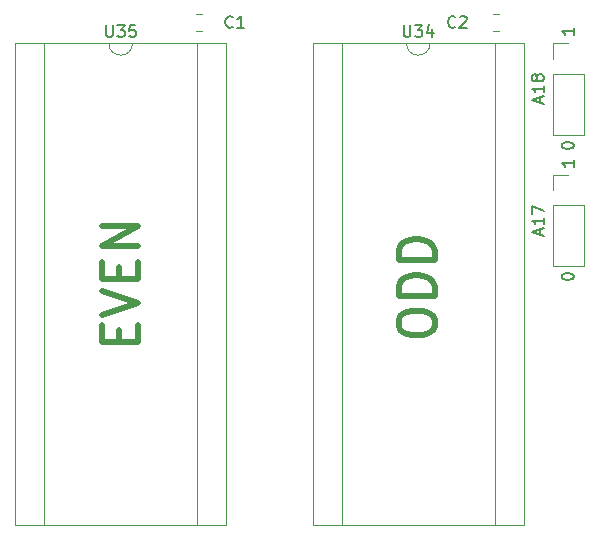
<source format=gbr>
%TF.GenerationSoftware,KiCad,Pcbnew,(5.99.0-9233-g881cb3182b)*%
%TF.CreationDate,2021-07-01T22:40:51+02:00*%
%TF.ProjectId,cdtv-ext-flash,63647476-2d65-4787-942d-666c6173682e,rev?*%
%TF.SameCoordinates,Original*%
%TF.FileFunction,Legend,Top*%
%TF.FilePolarity,Positive*%
%FSLAX46Y46*%
G04 Gerber Fmt 4.6, Leading zero omitted, Abs format (unit mm)*
G04 Created by KiCad (PCBNEW (5.99.0-9233-g881cb3182b)) date 2021-07-01 22:40:51*
%MOMM*%
%LPD*%
G01*
G04 APERTURE LIST*
%ADD10C,0.508000*%
%ADD11C,0.150000*%
%ADD12C,0.120000*%
G04 APERTURE END LIST*
D10*
X125330857Y-69937085D02*
X125330857Y-69356514D01*
X125476000Y-69066228D01*
X125766285Y-68775942D01*
X126346857Y-68630800D01*
X127362857Y-68630800D01*
X127943428Y-68775942D01*
X128233714Y-69066228D01*
X128378857Y-69356514D01*
X128378857Y-69937085D01*
X128233714Y-70227371D01*
X127943428Y-70517657D01*
X127362857Y-70662800D01*
X126346857Y-70662800D01*
X125766285Y-70517657D01*
X125476000Y-70227371D01*
X125330857Y-69937085D01*
X128378857Y-67324514D02*
X125330857Y-67324514D01*
X125330857Y-66598800D01*
X125476000Y-66163371D01*
X125766285Y-65873085D01*
X126056571Y-65727942D01*
X126637142Y-65582800D01*
X127072571Y-65582800D01*
X127653142Y-65727942D01*
X127943428Y-65873085D01*
X128233714Y-66163371D01*
X128378857Y-66598800D01*
X128378857Y-67324514D01*
X128378857Y-64276514D02*
X125330857Y-64276514D01*
X125330857Y-63550800D01*
X125476000Y-63115371D01*
X125766285Y-62825085D01*
X126056571Y-62679942D01*
X126637142Y-62534800D01*
X127072571Y-62534800D01*
X127653142Y-62679942D01*
X127943428Y-62825085D01*
X128233714Y-63115371D01*
X128378857Y-63550800D01*
X128378857Y-64276514D01*
X101636285Y-71279657D02*
X101636285Y-70263657D01*
X103232857Y-69828228D02*
X103232857Y-71279657D01*
X100184857Y-71279657D01*
X100184857Y-69828228D01*
X100184857Y-68957371D02*
X103232857Y-67941371D01*
X100184857Y-66925371D01*
X101636285Y-65909371D02*
X101636285Y-64893371D01*
X103232857Y-64457942D02*
X103232857Y-65909371D01*
X100184857Y-65909371D01*
X100184857Y-64457942D01*
X103232857Y-63151657D02*
X100184857Y-63151657D01*
X103232857Y-61409942D01*
X100184857Y-61409942D01*
D11*
X139152380Y-65757419D02*
X139152380Y-65662180D01*
X139200000Y-65566942D01*
X139247619Y-65519323D01*
X139342857Y-65471704D01*
X139533333Y-65424085D01*
X139771428Y-65424085D01*
X139961904Y-65471704D01*
X140057142Y-65519323D01*
X140104761Y-65566942D01*
X140152380Y-65662180D01*
X140152380Y-65757419D01*
X140104761Y-65852657D01*
X140057142Y-65900276D01*
X139961904Y-65947895D01*
X139771428Y-65995514D01*
X139533333Y-65995514D01*
X139342857Y-65947895D01*
X139247619Y-65900276D01*
X139200000Y-65852657D01*
X139152380Y-65757419D01*
X140152380Y-55848285D02*
X140152380Y-56419714D01*
X140152380Y-56134000D02*
X139152380Y-56134000D01*
X139295238Y-56229238D01*
X139390476Y-56324476D01*
X139438095Y-56419714D01*
X139152380Y-54657619D02*
X139152380Y-54562380D01*
X139200000Y-54467142D01*
X139247619Y-54419523D01*
X139342857Y-54371904D01*
X139533333Y-54324285D01*
X139771428Y-54324285D01*
X139961904Y-54371904D01*
X140057142Y-54419523D01*
X140104761Y-54467142D01*
X140152380Y-54562380D01*
X140152380Y-54657619D01*
X140104761Y-54752857D01*
X140057142Y-54800476D01*
X139961904Y-54848095D01*
X139771428Y-54895714D01*
X139533333Y-54895714D01*
X139342857Y-54848095D01*
X139247619Y-54800476D01*
X139200000Y-54752857D01*
X139152380Y-54657619D01*
X140152380Y-44672285D02*
X140152380Y-45243714D01*
X140152380Y-44958000D02*
X139152380Y-44958000D01*
X139295238Y-45053238D01*
X139390476Y-45148476D01*
X139438095Y-45243714D01*
%TO.C,U35*%
X100565104Y-44417180D02*
X100565104Y-45226704D01*
X100612723Y-45321942D01*
X100660342Y-45369561D01*
X100755580Y-45417180D01*
X100946057Y-45417180D01*
X101041295Y-45369561D01*
X101088914Y-45321942D01*
X101136533Y-45226704D01*
X101136533Y-44417180D01*
X101517485Y-44417180D02*
X102136533Y-44417180D01*
X101803200Y-44798133D01*
X101946057Y-44798133D01*
X102041295Y-44845752D01*
X102088914Y-44893371D01*
X102136533Y-44988609D01*
X102136533Y-45226704D01*
X102088914Y-45321942D01*
X102041295Y-45369561D01*
X101946057Y-45417180D01*
X101660342Y-45417180D01*
X101565104Y-45369561D01*
X101517485Y-45321942D01*
X103041295Y-44417180D02*
X102565104Y-44417180D01*
X102517485Y-44893371D01*
X102565104Y-44845752D01*
X102660342Y-44798133D01*
X102898438Y-44798133D01*
X102993676Y-44845752D01*
X103041295Y-44893371D01*
X103088914Y-44988609D01*
X103088914Y-45226704D01*
X103041295Y-45321942D01*
X102993676Y-45369561D01*
X102898438Y-45417180D01*
X102660342Y-45417180D01*
X102565104Y-45369561D01*
X102517485Y-45321942D01*
%TO.C,A18*%
X137326666Y-50974476D02*
X137326666Y-50498285D01*
X137612380Y-51069714D02*
X136612380Y-50736380D01*
X137612380Y-50403047D01*
X137612380Y-49545904D02*
X137612380Y-50117333D01*
X137612380Y-49831619D02*
X136612380Y-49831619D01*
X136755238Y-49926857D01*
X136850476Y-50022095D01*
X136898095Y-50117333D01*
X137040952Y-48974476D02*
X136993333Y-49069714D01*
X136945714Y-49117333D01*
X136850476Y-49164952D01*
X136802857Y-49164952D01*
X136707619Y-49117333D01*
X136660000Y-49069714D01*
X136612380Y-48974476D01*
X136612380Y-48784000D01*
X136660000Y-48688761D01*
X136707619Y-48641142D01*
X136802857Y-48593523D01*
X136850476Y-48593523D01*
X136945714Y-48641142D01*
X136993333Y-48688761D01*
X137040952Y-48784000D01*
X137040952Y-48974476D01*
X137088571Y-49069714D01*
X137136190Y-49117333D01*
X137231428Y-49164952D01*
X137421904Y-49164952D01*
X137517142Y-49117333D01*
X137564761Y-49069714D01*
X137612380Y-48974476D01*
X137612380Y-48784000D01*
X137564761Y-48688761D01*
X137517142Y-48641142D01*
X137421904Y-48593523D01*
X137231428Y-48593523D01*
X137136190Y-48641142D01*
X137088571Y-48688761D01*
X137040952Y-48784000D01*
%TO.C,C1*%
X111288533Y-44553142D02*
X111240914Y-44600761D01*
X111098057Y-44648380D01*
X111002819Y-44648380D01*
X110859961Y-44600761D01*
X110764723Y-44505523D01*
X110717104Y-44410285D01*
X110669485Y-44219809D01*
X110669485Y-44076952D01*
X110717104Y-43886476D01*
X110764723Y-43791238D01*
X110859961Y-43696000D01*
X111002819Y-43648380D01*
X111098057Y-43648380D01*
X111240914Y-43696000D01*
X111288533Y-43743619D01*
X112240914Y-44648380D02*
X111669485Y-44648380D01*
X111955200Y-44648380D02*
X111955200Y-43648380D01*
X111859961Y-43791238D01*
X111764723Y-43886476D01*
X111669485Y-43934095D01*
%TO.C,A17*%
X137326666Y-62150476D02*
X137326666Y-61674285D01*
X137612380Y-62245714D02*
X136612380Y-61912380D01*
X137612380Y-61579047D01*
X137612380Y-60721904D02*
X137612380Y-61293333D01*
X137612380Y-61007619D02*
X136612380Y-61007619D01*
X136755238Y-61102857D01*
X136850476Y-61198095D01*
X136898095Y-61293333D01*
X136612380Y-60388571D02*
X136612380Y-59721904D01*
X137612380Y-60150476D01*
%TO.C,U34*%
X125756900Y-44417187D02*
X125756900Y-45226711D01*
X125804519Y-45321949D01*
X125852138Y-45369568D01*
X125947376Y-45417187D01*
X126137853Y-45417187D01*
X126233091Y-45369568D01*
X126280710Y-45321949D01*
X126328329Y-45226711D01*
X126328329Y-44417187D01*
X126709281Y-44417187D02*
X127328329Y-44417187D01*
X126994996Y-44798140D01*
X127137853Y-44798140D01*
X127233091Y-44845759D01*
X127280710Y-44893378D01*
X127328329Y-44988616D01*
X127328329Y-45226711D01*
X127280710Y-45321949D01*
X127233091Y-45369568D01*
X127137853Y-45417187D01*
X126852138Y-45417187D01*
X126756900Y-45369568D01*
X126709281Y-45321949D01*
X128185472Y-44750521D02*
X128185472Y-45417187D01*
X127947376Y-44369568D02*
X127709281Y-45083854D01*
X128328329Y-45083854D01*
%TO.C,C2*%
X130135333Y-44553142D02*
X130087714Y-44600761D01*
X129944857Y-44648380D01*
X129849619Y-44648380D01*
X129706761Y-44600761D01*
X129611523Y-44505523D01*
X129563904Y-44410285D01*
X129516285Y-44219809D01*
X129516285Y-44076952D01*
X129563904Y-43886476D01*
X129611523Y-43791238D01*
X129706761Y-43696000D01*
X129849619Y-43648380D01*
X129944857Y-43648380D01*
X130087714Y-43696000D01*
X130135333Y-43743619D01*
X130516285Y-43743619D02*
X130563904Y-43696000D01*
X130659142Y-43648380D01*
X130897238Y-43648380D01*
X130992476Y-43696000D01*
X131040095Y-43743619D01*
X131087714Y-43838857D01*
X131087714Y-43934095D01*
X131040095Y-44076952D01*
X130468666Y-44648380D01*
X131087714Y-44648380D01*
D12*
%TO.C,U35*%
X92853200Y-86784800D02*
X110753200Y-86784800D01*
X92853200Y-45904800D02*
X92853200Y-86784800D01*
X110753200Y-45904800D02*
X92853200Y-45904800D01*
X110753200Y-86784800D02*
X110753200Y-45904800D01*
X108263200Y-86724800D02*
X108263200Y-45964800D01*
X95343200Y-86724800D02*
X108263200Y-86724800D01*
X95343200Y-45964800D02*
X95343200Y-86724800D01*
X108263200Y-45964800D02*
X102803200Y-45964800D01*
X100803200Y-45964800D02*
X95343200Y-45964800D01*
X102803200Y-45964800D02*
G75*
G02*
X100803200Y-45964800I-1000000J0D01*
G01*
%TO.C,A18*%
X141030000Y-48564800D02*
X141030000Y-53704800D01*
X138370000Y-48564800D02*
X138370000Y-53704800D01*
X138370000Y-48564800D02*
X141030000Y-48564800D01*
X138370000Y-53704800D02*
X141030000Y-53704800D01*
X138370000Y-45964800D02*
X139700000Y-45964800D01*
X138370000Y-47294800D02*
X138370000Y-45964800D01*
%TO.C,C1*%
X108668452Y-44931000D02*
X108145948Y-44931000D01*
X108668452Y-43461000D02*
X108145948Y-43461000D01*
%TO.C,A17*%
X141030000Y-59690000D02*
X141030000Y-64830000D01*
X138370000Y-64830000D02*
X141030000Y-64830000D01*
X138370000Y-57090000D02*
X139700000Y-57090000D01*
X138370000Y-59690000D02*
X138370000Y-64830000D01*
X138370000Y-58420000D02*
X138370000Y-57090000D01*
X138370000Y-59690000D02*
X141030000Y-59690000D01*
%TO.C,U34*%
X127995000Y-45964800D02*
G75*
G02*
X125995000Y-45964800I-1000000J0D01*
G01*
X133455000Y-45964800D02*
X127995000Y-45964800D01*
X135945000Y-86784800D02*
X135945000Y-45904800D01*
X120535000Y-86724800D02*
X133455000Y-86724800D01*
X120535000Y-45964800D02*
X120535000Y-86724800D01*
X118045000Y-45904800D02*
X118045000Y-86784800D01*
X133455000Y-86724800D02*
X133455000Y-45964800D01*
X135945000Y-45904800D02*
X118045000Y-45904800D01*
X118045000Y-86784800D02*
X135945000Y-86784800D01*
X125995000Y-45964800D02*
X120535000Y-45964800D01*
%TO.C,C2*%
X133865252Y-43461000D02*
X133342748Y-43461000D01*
X133865252Y-44931000D02*
X133342748Y-44931000D01*
%TD*%
M02*

</source>
